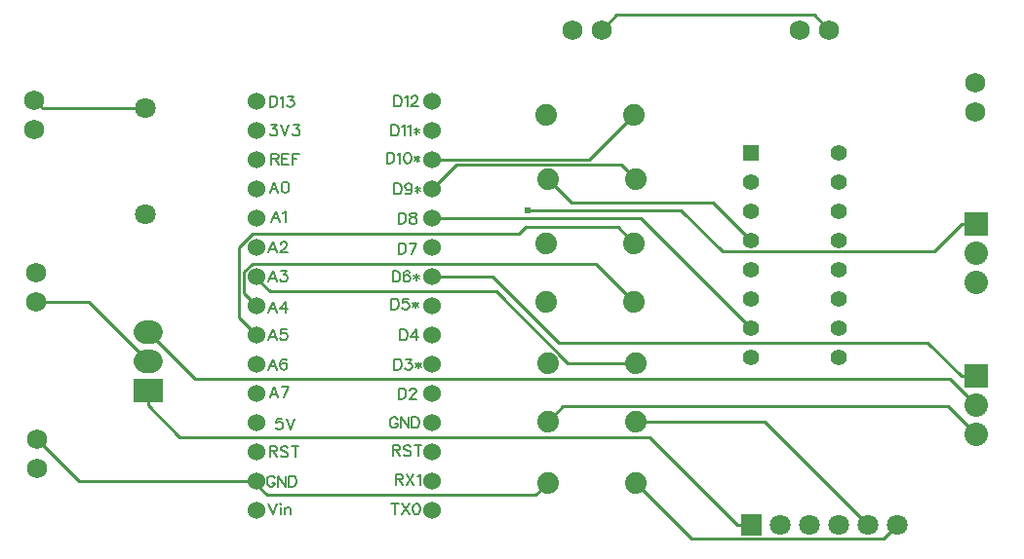
<source format=gtl>
G04 Layer: TopLayer*
G04 EasyEDA v6.4.17, 2021-05-05T15:15:58+05:30*
G04 32aec41ae17d46a98470db9f640d5259,83cefa92b6ce4236bac46178dd46d778,10*
G04 Gerber Generator version 0.2*
G04 Scale: 100 percent, Rotated: No, Reflected: No *
G04 Dimensions in millimeters *
G04 leading zeros omitted , absolute positions ,4 integer and 5 decimal *
%FSLAX45Y45*%
%MOMM*%

%ADD11C,0.2600*%
%ADD12C,0.2032*%
%ADD13C,0.6100*%
%ADD16C,2.0320*%
%ADD17C,1.8000*%
%ADD19C,1.5240*%
%ADD20C,1.7270*%
%ADD21C,1.8796*%
%ADD22R,1.3995X1.3995*%
%ADD23C,1.3995*%
%ADD24C,2.0000*%

%LPD*%
D12*
X-7493000Y6154928D02*
G01*
X-7456678Y6059423D01*
X-7420355Y6154928D02*
G01*
X-7456678Y6059423D01*
X-7390384Y6154928D02*
G01*
X-7385812Y6150355D01*
X-7381239Y6154928D01*
X-7385812Y6159500D01*
X-7390384Y6154928D01*
X-7385812Y6122923D02*
G01*
X-7385812Y6059423D01*
X-7351268Y6122923D02*
G01*
X-7351268Y6059423D01*
X-7351268Y6104889D02*
G01*
X-7337552Y6118605D01*
X-7328408Y6122923D01*
X-7314692Y6122923D01*
X-7305802Y6118605D01*
X-7301229Y6104889D01*
X-7301229Y6059423D01*
X-6413500Y6663689D02*
G01*
X-6413500Y6568186D01*
X-6413500Y6663689D02*
G01*
X-6372605Y6663689D01*
X-6358889Y6659118D01*
X-6354318Y6654545D01*
X-6349745Y6645402D01*
X-6349745Y6636258D01*
X-6354318Y6627368D01*
X-6358889Y6622795D01*
X-6372605Y6618223D01*
X-6413500Y6618223D01*
X-6381750Y6618223D02*
G01*
X-6349745Y6568186D01*
X-6256273Y6649973D02*
G01*
X-6265418Y6659118D01*
X-6278879Y6663689D01*
X-6297168Y6663689D01*
X-6310884Y6659118D01*
X-6319773Y6649973D01*
X-6319773Y6640829D01*
X-6315202Y6631686D01*
X-6310884Y6627368D01*
X-6301739Y6622795D01*
X-6274307Y6613652D01*
X-6265418Y6609079D01*
X-6260845Y6604508D01*
X-6256273Y6595363D01*
X-6256273Y6581902D01*
X-6265418Y6572758D01*
X-6278879Y6568186D01*
X-6297168Y6568186D01*
X-6310884Y6572758D01*
X-6319773Y6581902D01*
X-6194297Y6663689D02*
G01*
X-6194297Y6568186D01*
X-6226302Y6663689D02*
G01*
X-6162547Y6663689D01*
X-6394450Y6155689D02*
G01*
X-6394450Y6060186D01*
X-6426200Y6155689D02*
G01*
X-6362445Y6155689D01*
X-6332473Y6155689D02*
G01*
X-6268973Y6060186D01*
X-6268973Y6155689D02*
G01*
X-6332473Y6060186D01*
X-6211570Y6155689D02*
G01*
X-6225286Y6151118D01*
X-6234429Y6137402D01*
X-6239002Y6114795D01*
X-6239002Y6101079D01*
X-6234429Y6078473D01*
X-6225286Y6064757D01*
X-6211570Y6060186D01*
X-6202679Y6060186D01*
X-6188963Y6064757D01*
X-6179820Y6078473D01*
X-6175247Y6101079D01*
X-6175247Y6114795D01*
X-6179820Y6137402D01*
X-6188963Y6151118D01*
X-6202679Y6155689D01*
X-6211570Y6155689D01*
X-6388100Y6409689D02*
G01*
X-6388100Y6314186D01*
X-6388100Y6409689D02*
G01*
X-6347205Y6409689D01*
X-6333489Y6405118D01*
X-6328918Y6400545D01*
X-6324345Y6391402D01*
X-6324345Y6382257D01*
X-6328918Y6373368D01*
X-6333489Y6368795D01*
X-6347205Y6364223D01*
X-6388100Y6364223D01*
X-6356350Y6364223D02*
G01*
X-6324345Y6314186D01*
X-6294373Y6409689D02*
G01*
X-6230873Y6314186D01*
X-6230873Y6409689D02*
G01*
X-6294373Y6314186D01*
X-6200902Y6391402D02*
G01*
X-6191757Y6395973D01*
X-6178042Y6409689D01*
X-6178042Y6314186D01*
X-7443978Y7171689D02*
G01*
X-7480300Y7076186D01*
X-7443978Y7171689D02*
G01*
X-7407655Y7076186D01*
X-7466584Y7107936D02*
G01*
X-7421118Y7107936D01*
X-7313929Y7171689D02*
G01*
X-7359395Y7076186D01*
X-7377684Y7171689D02*
G01*
X-7313929Y7171689D01*
X-7456678Y7412989D02*
G01*
X-7493000Y7317486D01*
X-7456678Y7412989D02*
G01*
X-7420355Y7317486D01*
X-7479284Y7349236D02*
G01*
X-7433818Y7349236D01*
X-7335773Y7399273D02*
G01*
X-7340345Y7408418D01*
X-7353808Y7412989D01*
X-7362952Y7412989D01*
X-7376668Y7408418D01*
X-7385812Y7394702D01*
X-7390384Y7372095D01*
X-7390384Y7349236D01*
X-7385812Y7331202D01*
X-7376668Y7322058D01*
X-7362952Y7317486D01*
X-7358379Y7317486D01*
X-7344918Y7322058D01*
X-7335773Y7331202D01*
X-7331202Y7344663D01*
X-7331202Y7349236D01*
X-7335773Y7362952D01*
X-7344918Y7372095D01*
X-7358379Y7376668D01*
X-7362952Y7376668D01*
X-7376668Y7372095D01*
X-7385812Y7362952D01*
X-7390384Y7349236D01*
X-7456678Y7670797D02*
G01*
X-7493000Y7575293D01*
X-7456678Y7670797D02*
G01*
X-7420355Y7575293D01*
X-7479284Y7607043D02*
G01*
X-7433818Y7607043D01*
X-7335773Y7670797D02*
G01*
X-7381239Y7670797D01*
X-7385812Y7629903D01*
X-7381239Y7634475D01*
X-7367523Y7638793D01*
X-7353808Y7638793D01*
X-7340345Y7634475D01*
X-7331202Y7625331D01*
X-7326629Y7611615D01*
X-7326629Y7602471D01*
X-7331202Y7589009D01*
X-7340345Y7579865D01*
X-7353808Y7575293D01*
X-7367523Y7575293D01*
X-7381239Y7579865D01*
X-7385812Y7584437D01*
X-7390384Y7593581D01*
X-7456678Y7912097D02*
G01*
X-7493000Y7816593D01*
X-7456678Y7912097D02*
G01*
X-7420355Y7816593D01*
X-7479284Y7848343D02*
G01*
X-7433818Y7848343D01*
X-7344918Y7912097D02*
G01*
X-7390384Y7848343D01*
X-7322058Y7848343D01*
X-7344918Y7912097D02*
G01*
X-7344918Y7816593D01*
X-7456678Y8178797D02*
G01*
X-7493000Y8083293D01*
X-7456678Y8178797D02*
G01*
X-7420355Y8083293D01*
X-7479284Y8115043D02*
G01*
X-7433818Y8115043D01*
X-7381239Y8178797D02*
G01*
X-7331202Y8178797D01*
X-7358379Y8142475D01*
X-7344918Y8142475D01*
X-7335773Y8137903D01*
X-7331202Y8133331D01*
X-7326629Y8119615D01*
X-7326629Y8110471D01*
X-7331202Y8097009D01*
X-7340345Y8087865D01*
X-7353808Y8083293D01*
X-7367523Y8083293D01*
X-7381239Y8087865D01*
X-7385812Y8092437D01*
X-7390384Y8101581D01*
X-7456678Y8432797D02*
G01*
X-7493000Y8337293D01*
X-7456678Y8432797D02*
G01*
X-7420355Y8337293D01*
X-7479284Y8369043D02*
G01*
X-7433818Y8369043D01*
X-7385812Y8409937D02*
G01*
X-7385812Y8414509D01*
X-7381239Y8423653D01*
X-7376668Y8428225D01*
X-7367523Y8432797D01*
X-7349489Y8432797D01*
X-7340345Y8428225D01*
X-7335773Y8423653D01*
X-7331202Y8414509D01*
X-7331202Y8405365D01*
X-7335773Y8396475D01*
X-7344918Y8382759D01*
X-7390384Y8337293D01*
X-7326629Y8337293D01*
X-7431278Y8699497D02*
G01*
X-7467600Y8603993D01*
X-7431278Y8699497D02*
G01*
X-7394955Y8603993D01*
X-7453884Y8635743D02*
G01*
X-7408418Y8635743D01*
X-7364984Y8681209D02*
G01*
X-7355839Y8685781D01*
X-7342123Y8699497D01*
X-7342123Y8603993D01*
X-7443978Y8953497D02*
G01*
X-7480300Y8857993D01*
X-7443978Y8953497D02*
G01*
X-7407655Y8857993D01*
X-7466584Y8889743D02*
G01*
X-7421118Y8889743D01*
X-7350252Y8953497D02*
G01*
X-7363968Y8948925D01*
X-7373112Y8935209D01*
X-7377684Y8912603D01*
X-7377684Y8898887D01*
X-7373112Y8876281D01*
X-7363968Y8862565D01*
X-7350252Y8857993D01*
X-7341108Y8857993D01*
X-7327645Y8862565D01*
X-7318502Y8876281D01*
X-7313929Y8898887D01*
X-7313929Y8912603D01*
X-7318502Y8935209D01*
X-7327645Y8948925D01*
X-7341108Y8953497D01*
X-7350252Y8953497D01*
X-7467600Y9194797D02*
G01*
X-7467600Y9099293D01*
X-7467600Y9194797D02*
G01*
X-7426705Y9194797D01*
X-7412989Y9190225D01*
X-7408418Y9185653D01*
X-7403845Y9176509D01*
X-7403845Y9167365D01*
X-7408418Y9158475D01*
X-7412989Y9153903D01*
X-7426705Y9149331D01*
X-7467600Y9149331D01*
X-7435850Y9149331D02*
G01*
X-7403845Y9099293D01*
X-7373873Y9194797D02*
G01*
X-7373873Y9099293D01*
X-7373873Y9194797D02*
G01*
X-7314945Y9194797D01*
X-7373873Y9149331D02*
G01*
X-7337552Y9149331D01*
X-7373873Y9099293D02*
G01*
X-7314945Y9099293D01*
X-7284973Y9194797D02*
G01*
X-7284973Y9099293D01*
X-7284973Y9194797D02*
G01*
X-7225792Y9194797D01*
X-7284973Y9149331D02*
G01*
X-7248397Y9149331D01*
X-7480300Y9698989D02*
G01*
X-7480300Y9603486D01*
X-7480300Y9698989D02*
G01*
X-7448550Y9698989D01*
X-7434834Y9694418D01*
X-7425689Y9685274D01*
X-7421118Y9676129D01*
X-7416545Y9662668D01*
X-7416545Y9639808D01*
X-7421118Y9626092D01*
X-7425689Y9617202D01*
X-7434834Y9608058D01*
X-7448550Y9603486D01*
X-7480300Y9603486D01*
X-7386573Y9680702D02*
G01*
X-7377684Y9685274D01*
X-7363968Y9698989D01*
X-7363968Y9603486D01*
X-7324852Y9698989D02*
G01*
X-7274813Y9698989D01*
X-7301992Y9662668D01*
X-7288529Y9662668D01*
X-7279386Y9658095D01*
X-7274813Y9653524D01*
X-7270242Y9639808D01*
X-7270242Y9630663D01*
X-7274813Y9617202D01*
X-7283958Y9608058D01*
X-7297673Y9603486D01*
X-7311136Y9603486D01*
X-7324852Y9608058D01*
X-7329423Y9612629D01*
X-7333995Y9621774D01*
X-6400800Y9702797D02*
G01*
X-6400800Y9607293D01*
X-6400800Y9702797D02*
G01*
X-6369050Y9702797D01*
X-6355334Y9698225D01*
X-6346189Y9689081D01*
X-6341618Y9679937D01*
X-6337045Y9666475D01*
X-6337045Y9643615D01*
X-6341618Y9629899D01*
X-6346189Y9621009D01*
X-6355334Y9611865D01*
X-6369050Y9607293D01*
X-6400800Y9607293D01*
X-6307073Y9684509D02*
G01*
X-6298184Y9689081D01*
X-6284468Y9702797D01*
X-6284468Y9607293D01*
X-6249923Y9679937D02*
G01*
X-6249923Y9684509D01*
X-6245352Y9693653D01*
X-6240779Y9698225D01*
X-6231636Y9702797D01*
X-6213602Y9702797D01*
X-6204457Y9698225D01*
X-6199886Y9693653D01*
X-6195313Y9684509D01*
X-6195313Y9675365D01*
X-6199886Y9666475D01*
X-6209029Y9652759D01*
X-6254495Y9607293D01*
X-6190742Y9607293D01*
X-6362700Y8682989D02*
G01*
X-6362700Y8587486D01*
X-6362700Y8682989D02*
G01*
X-6330950Y8682989D01*
X-6317234Y8678418D01*
X-6308089Y8669274D01*
X-6303518Y8660129D01*
X-6298945Y8646668D01*
X-6298945Y8623808D01*
X-6303518Y8610092D01*
X-6308089Y8601202D01*
X-6317234Y8592058D01*
X-6330950Y8587486D01*
X-6362700Y8587486D01*
X-6246368Y8682989D02*
G01*
X-6260084Y8678418D01*
X-6264402Y8669274D01*
X-6264402Y8660129D01*
X-6260084Y8650986D01*
X-6250939Y8646668D01*
X-6232652Y8642095D01*
X-6219189Y8637524D01*
X-6210045Y8628379D01*
X-6205473Y8619236D01*
X-6205473Y8605774D01*
X-6210045Y8596629D01*
X-6214618Y8592058D01*
X-6228079Y8587486D01*
X-6246368Y8587486D01*
X-6260084Y8592058D01*
X-6264402Y8596629D01*
X-6268973Y8605774D01*
X-6268973Y8619236D01*
X-6264402Y8628379D01*
X-6255512Y8637524D01*
X-6241795Y8642095D01*
X-6223507Y8646668D01*
X-6214618Y8650986D01*
X-6210045Y8660129D01*
X-6210045Y8669274D01*
X-6214618Y8678418D01*
X-6228079Y8682989D01*
X-6246368Y8682989D01*
X-6362700Y8420097D02*
G01*
X-6362700Y8324593D01*
X-6362700Y8420097D02*
G01*
X-6330950Y8420097D01*
X-6317234Y8415525D01*
X-6308089Y8406381D01*
X-6303518Y8397237D01*
X-6298945Y8383775D01*
X-6298945Y8360915D01*
X-6303518Y8347199D01*
X-6308089Y8338309D01*
X-6317234Y8329165D01*
X-6330950Y8324593D01*
X-6362700Y8324593D01*
X-6205473Y8420097D02*
G01*
X-6250939Y8324593D01*
X-6268973Y8420097D02*
G01*
X-6205473Y8420097D01*
X-6426200Y9448797D02*
G01*
X-6426200Y9353293D01*
X-6426200Y9448797D02*
G01*
X-6394450Y9448797D01*
X-6380734Y9444225D01*
X-6371589Y9435081D01*
X-6367018Y9425937D01*
X-6362445Y9412475D01*
X-6362445Y9389615D01*
X-6367018Y9375899D01*
X-6371589Y9367009D01*
X-6380734Y9357865D01*
X-6394450Y9353293D01*
X-6426200Y9353293D01*
X-6332473Y9430509D02*
G01*
X-6323584Y9435081D01*
X-6309868Y9448797D01*
X-6309868Y9353293D01*
X-6279895Y9430509D02*
G01*
X-6270752Y9435081D01*
X-6257036Y9448797D01*
X-6257036Y9353293D01*
X-6204457Y9421365D02*
G01*
X-6204457Y9367009D01*
X-6227063Y9407903D02*
G01*
X-6181597Y9380471D01*
X-6181597Y9407903D02*
G01*
X-6227063Y9380471D01*
X-6464300Y9207497D02*
G01*
X-6464300Y9111993D01*
X-6464300Y9207497D02*
G01*
X-6432550Y9207497D01*
X-6418834Y9202925D01*
X-6409689Y9193781D01*
X-6405118Y9184637D01*
X-6400545Y9171175D01*
X-6400545Y9148315D01*
X-6405118Y9134599D01*
X-6409689Y9125709D01*
X-6418834Y9116565D01*
X-6432550Y9111993D01*
X-6464300Y9111993D01*
X-6370573Y9189209D02*
G01*
X-6361684Y9193781D01*
X-6347968Y9207497D01*
X-6347968Y9111993D01*
X-6290563Y9207497D02*
G01*
X-6304279Y9202925D01*
X-6313423Y9189209D01*
X-6317995Y9166603D01*
X-6317995Y9152887D01*
X-6313423Y9130281D01*
X-6304279Y9116565D01*
X-6290563Y9111993D01*
X-6281673Y9111993D01*
X-6267957Y9116565D01*
X-6258813Y9130281D01*
X-6254242Y9152887D01*
X-6254242Y9166603D01*
X-6258813Y9189209D01*
X-6267957Y9202925D01*
X-6281673Y9207497D01*
X-6290563Y9207497D01*
X-6201663Y9180065D02*
G01*
X-6201663Y9125709D01*
X-6224270Y9166603D02*
G01*
X-6178804Y9139171D01*
X-6178804Y9166603D02*
G01*
X-6224270Y9139171D01*
X-6400800Y8940797D02*
G01*
X-6400800Y8845293D01*
X-6400800Y8940797D02*
G01*
X-6369050Y8940797D01*
X-6355334Y8936225D01*
X-6346189Y8927081D01*
X-6341618Y8917937D01*
X-6337045Y8904475D01*
X-6337045Y8881615D01*
X-6341618Y8867899D01*
X-6346189Y8859009D01*
X-6355334Y8849865D01*
X-6369050Y8845293D01*
X-6400800Y8845293D01*
X-6248145Y8908793D02*
G01*
X-6252718Y8895331D01*
X-6261607Y8886187D01*
X-6275323Y8881615D01*
X-6279895Y8881615D01*
X-6293612Y8886187D01*
X-6302502Y8895331D01*
X-6307073Y8908793D01*
X-6307073Y8913365D01*
X-6302502Y8927081D01*
X-6293612Y8936225D01*
X-6279895Y8940797D01*
X-6275323Y8940797D01*
X-6261607Y8936225D01*
X-6252718Y8927081D01*
X-6248145Y8908793D01*
X-6248145Y8886187D01*
X-6252718Y8863581D01*
X-6261607Y8849865D01*
X-6275323Y8845293D01*
X-6284468Y8845293D01*
X-6298184Y8849865D01*
X-6302502Y8859009D01*
X-6195313Y8913365D02*
G01*
X-6195313Y8859009D01*
X-6218173Y8899903D02*
G01*
X-6172707Y8872471D01*
X-6172707Y8899903D02*
G01*
X-6218173Y8872471D01*
X-6413500Y8178797D02*
G01*
X-6413500Y8083293D01*
X-6413500Y8178797D02*
G01*
X-6381750Y8178797D01*
X-6368034Y8174225D01*
X-6358889Y8165081D01*
X-6354318Y8155937D01*
X-6349745Y8142475D01*
X-6349745Y8119615D01*
X-6354318Y8105899D01*
X-6358889Y8097009D01*
X-6368034Y8087865D01*
X-6381750Y8083293D01*
X-6413500Y8083293D01*
X-6265418Y8165081D02*
G01*
X-6269989Y8174225D01*
X-6283452Y8178797D01*
X-6292595Y8178797D01*
X-6306312Y8174225D01*
X-6315202Y8160509D01*
X-6319773Y8137903D01*
X-6319773Y8115043D01*
X-6315202Y8097009D01*
X-6306312Y8087865D01*
X-6292595Y8083293D01*
X-6288023Y8083293D01*
X-6274307Y8087865D01*
X-6265418Y8097009D01*
X-6260845Y8110471D01*
X-6260845Y8115043D01*
X-6265418Y8128759D01*
X-6274307Y8137903D01*
X-6288023Y8142475D01*
X-6292595Y8142475D01*
X-6306312Y8137903D01*
X-6315202Y8128759D01*
X-6319773Y8115043D01*
X-6208013Y8151365D02*
G01*
X-6208013Y8097009D01*
X-6230873Y8137903D02*
G01*
X-6185407Y8110471D01*
X-6185407Y8137903D02*
G01*
X-6230873Y8110471D01*
X-6426200Y7937497D02*
G01*
X-6426200Y7841993D01*
X-6426200Y7937497D02*
G01*
X-6394450Y7937497D01*
X-6380734Y7932925D01*
X-6371589Y7923781D01*
X-6367018Y7914637D01*
X-6362445Y7901175D01*
X-6362445Y7878315D01*
X-6367018Y7864599D01*
X-6371589Y7855709D01*
X-6380734Y7846565D01*
X-6394450Y7841993D01*
X-6426200Y7841993D01*
X-6278118Y7937497D02*
G01*
X-6323584Y7937497D01*
X-6327902Y7896603D01*
X-6323584Y7901175D01*
X-6309868Y7905493D01*
X-6296152Y7905493D01*
X-6282689Y7901175D01*
X-6273545Y7892031D01*
X-6268973Y7878315D01*
X-6268973Y7869171D01*
X-6273545Y7855709D01*
X-6282689Y7846565D01*
X-6296152Y7841993D01*
X-6309868Y7841993D01*
X-6323584Y7846565D01*
X-6327902Y7851137D01*
X-6332473Y7860281D01*
X-6216142Y7910065D02*
G01*
X-6216142Y7855709D01*
X-6239002Y7896603D02*
G01*
X-6193536Y7869171D01*
X-6193536Y7896603D02*
G01*
X-6239002Y7869171D01*
X-6350000Y7670797D02*
G01*
X-6350000Y7575293D01*
X-6350000Y7670797D02*
G01*
X-6318250Y7670797D01*
X-6304534Y7666225D01*
X-6295389Y7657081D01*
X-6290818Y7647937D01*
X-6286245Y7634475D01*
X-6286245Y7611615D01*
X-6290818Y7597899D01*
X-6295389Y7589009D01*
X-6304534Y7579865D01*
X-6318250Y7575293D01*
X-6350000Y7575293D01*
X-6210807Y7670797D02*
G01*
X-6256273Y7607043D01*
X-6188202Y7607043D01*
X-6210807Y7670797D02*
G01*
X-6210807Y7575293D01*
X-6400800Y7412987D02*
G01*
X-6400800Y7317483D01*
X-6400800Y7412987D02*
G01*
X-6369050Y7412987D01*
X-6355334Y7408415D01*
X-6346189Y7399271D01*
X-6341618Y7390127D01*
X-6337045Y7376665D01*
X-6337045Y7353805D01*
X-6341618Y7340089D01*
X-6346189Y7331199D01*
X-6355334Y7322055D01*
X-6369050Y7317483D01*
X-6400800Y7317483D01*
X-6298184Y7412987D02*
G01*
X-6248145Y7412987D01*
X-6275323Y7376665D01*
X-6261607Y7376665D01*
X-6252718Y7372093D01*
X-6248145Y7367521D01*
X-6243573Y7353805D01*
X-6243573Y7344661D01*
X-6248145Y7331199D01*
X-6257289Y7322055D01*
X-6270752Y7317483D01*
X-6284468Y7317483D01*
X-6298184Y7322055D01*
X-6302502Y7326627D01*
X-6307073Y7335771D01*
X-6190742Y7385555D02*
G01*
X-6190742Y7331199D01*
X-6213602Y7372093D02*
G01*
X-6168136Y7344661D01*
X-6168136Y7372093D02*
G01*
X-6213602Y7344661D01*
X-6362700Y7158989D02*
G01*
X-6362700Y7063486D01*
X-6362700Y7158989D02*
G01*
X-6330950Y7158989D01*
X-6317234Y7154418D01*
X-6308089Y7145273D01*
X-6303518Y7136129D01*
X-6298945Y7122668D01*
X-6298945Y7099808D01*
X-6303518Y7086092D01*
X-6308089Y7077202D01*
X-6317234Y7068058D01*
X-6330950Y7063486D01*
X-6362700Y7063486D01*
X-6264402Y7136129D02*
G01*
X-6264402Y7140702D01*
X-6260084Y7149845D01*
X-6255512Y7154418D01*
X-6246368Y7158989D01*
X-6228079Y7158989D01*
X-6219189Y7154418D01*
X-6214618Y7149845D01*
X-6210045Y7140702D01*
X-6210045Y7131558D01*
X-6214618Y7122668D01*
X-6223507Y7108952D01*
X-6268973Y7063486D01*
X-6205473Y7063486D01*
X-7471155Y9448797D02*
G01*
X-7421118Y9448797D01*
X-7448550Y9412475D01*
X-7434834Y9412475D01*
X-7425689Y9407903D01*
X-7421118Y9403331D01*
X-7416545Y9389615D01*
X-7416545Y9380471D01*
X-7421118Y9367009D01*
X-7430262Y9357865D01*
X-7443978Y9353293D01*
X-7457694Y9353293D01*
X-7471155Y9357865D01*
X-7475728Y9362437D01*
X-7480300Y9371581D01*
X-7386573Y9448797D02*
G01*
X-7350252Y9353293D01*
X-7313929Y9448797D02*
G01*
X-7350252Y9353293D01*
X-7274813Y9448797D02*
G01*
X-7224776Y9448797D01*
X-7252208Y9412475D01*
X-7238492Y9412475D01*
X-7229347Y9407903D01*
X-7224776Y9403331D01*
X-7220204Y9389615D01*
X-7220204Y9380471D01*
X-7224776Y9367009D01*
X-7233920Y9357865D01*
X-7247636Y9353293D01*
X-7261097Y9353293D01*
X-7274813Y9357865D01*
X-7279386Y9362437D01*
X-7283958Y9371581D01*
X-7374889Y6896097D02*
G01*
X-7420355Y6896097D01*
X-7424928Y6855203D01*
X-7420355Y6859775D01*
X-7406894Y6864093D01*
X-7393178Y6864093D01*
X-7379462Y6859775D01*
X-7370318Y6850631D01*
X-7365745Y6836915D01*
X-7365745Y6827771D01*
X-7370318Y6814309D01*
X-7379462Y6805165D01*
X-7393178Y6800593D01*
X-7406894Y6800593D01*
X-7420355Y6805165D01*
X-7424928Y6809737D01*
X-7429500Y6818881D01*
X-7335773Y6896097D02*
G01*
X-7299452Y6800593D01*
X-7263129Y6896097D02*
G01*
X-7299452Y6800593D01*
X-6370828Y6885937D02*
G01*
X-6375145Y6895081D01*
X-6384289Y6904225D01*
X-6393434Y6908797D01*
X-6411721Y6908797D01*
X-6420612Y6904225D01*
X-6429755Y6895081D01*
X-6434328Y6885937D01*
X-6438900Y6872475D01*
X-6438900Y6849615D01*
X-6434328Y6835899D01*
X-6429755Y6827009D01*
X-6420612Y6817865D01*
X-6411721Y6813293D01*
X-6393434Y6813293D01*
X-6384289Y6817865D01*
X-6375145Y6827009D01*
X-6370828Y6835899D01*
X-6370828Y6849615D01*
X-6393434Y6849615D02*
G01*
X-6370828Y6849615D01*
X-6340602Y6908797D02*
G01*
X-6340602Y6813293D01*
X-6340602Y6908797D02*
G01*
X-6277102Y6813293D01*
X-6277102Y6908797D02*
G01*
X-6277102Y6813293D01*
X-6247129Y6908797D02*
G01*
X-6247129Y6813293D01*
X-6247129Y6908797D02*
G01*
X-6215379Y6908797D01*
X-6201663Y6904225D01*
X-6192520Y6895081D01*
X-6187947Y6885937D01*
X-6183376Y6872475D01*
X-6183376Y6849615D01*
X-6187947Y6835899D01*
X-6192520Y6827009D01*
X-6201663Y6817865D01*
X-6215379Y6813293D01*
X-6247129Y6813293D01*
X-7480300Y6654797D02*
G01*
X-7480300Y6559293D01*
X-7480300Y6654797D02*
G01*
X-7439405Y6654797D01*
X-7425689Y6650225D01*
X-7421118Y6645653D01*
X-7416545Y6636509D01*
X-7416545Y6627365D01*
X-7421118Y6618475D01*
X-7425689Y6613903D01*
X-7439405Y6609331D01*
X-7480300Y6609331D01*
X-7448550Y6609331D02*
G01*
X-7416545Y6559293D01*
X-7323073Y6641081D02*
G01*
X-7332218Y6650225D01*
X-7345679Y6654797D01*
X-7363968Y6654797D01*
X-7377684Y6650225D01*
X-7386573Y6641081D01*
X-7386573Y6631937D01*
X-7382002Y6622793D01*
X-7377684Y6618475D01*
X-7368539Y6613903D01*
X-7341108Y6604759D01*
X-7332218Y6600187D01*
X-7327645Y6595615D01*
X-7323073Y6586471D01*
X-7323073Y6573009D01*
X-7332218Y6563865D01*
X-7345679Y6559293D01*
X-7363968Y6559293D01*
X-7377684Y6563865D01*
X-7386573Y6573009D01*
X-7261097Y6654797D02*
G01*
X-7261097Y6559293D01*
X-7293102Y6654797D02*
G01*
X-7229347Y6654797D01*
X-7437628Y6374129D02*
G01*
X-7441945Y6383273D01*
X-7451089Y6392418D01*
X-7460234Y6396989D01*
X-7478521Y6396989D01*
X-7487412Y6392418D01*
X-7496555Y6383273D01*
X-7501128Y6374129D01*
X-7505700Y6360668D01*
X-7505700Y6337807D01*
X-7501128Y6324092D01*
X-7496555Y6315202D01*
X-7487412Y6306057D01*
X-7478521Y6301486D01*
X-7460234Y6301486D01*
X-7451089Y6306057D01*
X-7441945Y6315202D01*
X-7437628Y6324092D01*
X-7437628Y6337807D01*
X-7460234Y6337807D02*
G01*
X-7437628Y6337807D01*
X-7407402Y6396989D02*
G01*
X-7407402Y6301486D01*
X-7407402Y6396989D02*
G01*
X-7343902Y6301486D01*
X-7343902Y6396989D02*
G01*
X-7343902Y6301486D01*
X-7313929Y6396989D02*
G01*
X-7313929Y6301486D01*
X-7313929Y6396989D02*
G01*
X-7282179Y6396989D01*
X-7268463Y6392418D01*
X-7259320Y6383273D01*
X-7254747Y6374129D01*
X-7250176Y6360668D01*
X-7250176Y6337807D01*
X-7254747Y6324092D01*
X-7259320Y6315202D01*
X-7268463Y6306057D01*
X-7282179Y6301486D01*
X-7313929Y6301486D01*
D11*
X-1346200Y8585200D02*
G01*
X-1477010Y8585200D01*
X-1477010Y8585200D02*
G01*
X-1716023Y8346186D01*
X-3548634Y8346186D01*
X-3910076Y8707628D01*
X-5239257Y8707628D01*
X-6069329Y8131810D02*
G01*
X-5551170Y8131810D01*
X-4975860Y7556500D01*
X-1769110Y7556500D01*
X-1477010Y7264400D01*
X-1346200Y7264400D02*
G01*
X-1477010Y7264400D01*
X-3302000Y7683500D02*
G01*
X-4258310Y8639810D01*
X-6069329Y8639810D01*
X-9512300Y7912100D02*
G01*
X-9055100Y7912100D01*
X-8534400Y7391400D01*
X-5067300Y6337300D02*
G01*
X-5175250Y6229350D01*
X-7506970Y6229350D01*
X-7593329Y6315455D01*
X-7593329Y6353810D01*
X-7593329Y6353810D02*
G01*
X-9135110Y6353810D01*
X-9499600Y6718300D01*
X-1346200Y6756400D02*
G01*
X-1589531Y6999731D01*
X-4938268Y6999731D01*
X-5067300Y6870700D01*
X-1346200Y7010400D02*
G01*
X-1578610Y7242810D01*
X-8131810Y7242810D01*
X-8534400Y7645400D01*
X-8559800Y9591294D02*
G01*
X-9451594Y9591294D01*
X-9525000Y9664700D01*
X-8534400Y7008113D02*
G01*
X-8261095Y6734810D01*
X-4186936Y6734810D01*
X-3421126Y5969000D01*
X-8534400Y7137400D02*
G01*
X-8534400Y7008113D01*
X-3302000Y5969000D02*
G01*
X-3421126Y5969000D01*
X-4305300Y6337300D02*
G01*
X-3817873Y5849873D01*
X-2151126Y5849873D01*
X-2032000Y5969000D01*
X-4305300Y6870700D02*
G01*
X-3187700Y6870700D01*
X-2286000Y5969000D01*
X-7593329Y8131810D02*
G01*
X-7593329Y8109712D01*
X-7481315Y7997697D01*
X-5512054Y7997697D01*
X-4893055Y7378700D01*
X-4305300Y7378700D01*
X-7593329Y7877810D02*
G01*
X-7703058Y7987537D01*
X-7703058Y8170926D01*
X-7631429Y8242554D01*
X-4648454Y8242554D01*
X-4318000Y7912100D01*
X-4318000Y8420100D02*
G01*
X-4454652Y8556752D01*
X-5256276Y8556752D01*
X-5315204Y8497824D01*
X-7628636Y8497824D01*
X-7746745Y8379713D01*
X-7746745Y7777226D01*
X-7593329Y7623810D01*
X-3302000Y8445500D02*
G01*
X-3632200Y8775700D01*
X-4864100Y8775700D01*
X-5067300Y8978900D01*
X-4305300Y8978900D02*
G01*
X-4430776Y9104376D01*
X-5858510Y9104376D01*
X-6069329Y8893810D01*
X-4318000Y9537700D02*
G01*
X-4707889Y9147810D01*
X-6069329Y9147810D01*
X-2628900Y10274300D02*
G01*
X-2756915Y10402315D01*
X-4469384Y10402315D01*
X-4597400Y10274300D01*
G36*
X-8659368Y7037323D02*
G01*
X-8659368Y7237476D01*
X-8409431Y7237476D01*
X-8409431Y7037323D01*
G37*
G36*
X-1447800Y8686800D02*
G01*
X-1244600Y8686800D01*
X-1244600Y8483600D01*
X-1447800Y8483600D01*
G37*
D16*
G01*
X-1346200Y8331200D03*
G01*
X-1346200Y8077200D03*
G36*
X-1447800Y7366000D02*
G01*
X-1244600Y7366000D01*
X-1244600Y7162800D01*
X-1447800Y7162800D01*
G37*
G01*
X-1346200Y7010400D03*
G01*
X-1346200Y6756400D03*
D17*
G01*
X-2032000Y5969000D03*
G01*
X-2286000Y5969000D03*
G01*
X-2540000Y5969000D03*
G01*
X-2794000Y5969000D03*
G01*
X-3048000Y5969000D03*
G36*
X-3391999Y6058999D02*
G01*
X-3212000Y6058999D01*
X-3212000Y5879000D01*
X-3391999Y5879000D01*
G37*
D19*
G01*
X-6069304Y6099708D03*
G01*
X-6069304Y8131708D03*
G01*
X-6069304Y7877708D03*
G01*
X-6069304Y7623708D03*
G01*
X-6069304Y7369708D03*
G01*
X-6069304Y7115708D03*
G01*
X-6069304Y6861708D03*
G01*
X-7593304Y9401708D03*
G01*
X-7593304Y7115708D03*
G01*
X-6069304Y8893708D03*
G01*
X-6069304Y9147708D03*
G01*
X-6069304Y8639708D03*
G01*
X-6069304Y8385708D03*
G01*
X-6069304Y6607708D03*
G01*
X-6069304Y6353708D03*
G01*
X-6069304Y9401708D03*
G01*
X-6069304Y9655708D03*
G01*
X-7593304Y7369708D03*
G01*
X-7593304Y6861708D03*
G01*
X-7593304Y7623708D03*
G01*
X-7593304Y8893708D03*
G01*
X-7593304Y8382000D03*
G01*
X-7593304Y7877708D03*
G01*
X-7593304Y6607708D03*
G01*
X-7593304Y9147708D03*
G01*
X-7593304Y8639708D03*
G01*
X-7593304Y8131708D03*
G01*
X-7593304Y6353708D03*
G01*
X-7593304Y6099708D03*
G01*
X-7593304Y9655708D03*
D20*
G01*
X-9525000Y9664700D03*
G01*
X-9525000Y9410700D03*
G01*
X-4597400Y10274300D03*
G01*
X-4851400Y10274300D03*
G01*
X-9512300Y8166100D03*
G01*
X-9512300Y7912100D03*
G01*
X-9499600Y6718300D03*
G01*
X-9499600Y6464300D03*
G01*
X-1358900Y9563100D03*
G01*
X-1358900Y9817100D03*
G01*
X-2628900Y10274300D03*
G01*
X-2882900Y10274300D03*
D21*
G01*
X-5067300Y6337300D03*
G01*
X-4305300Y6337300D03*
G01*
X-5080000Y8420100D03*
G01*
X-4318000Y8420100D03*
G01*
X-5080000Y7912100D03*
G01*
X-4318000Y7912100D03*
G01*
X-5067300Y7378700D03*
G01*
X-4305300Y7378700D03*
G01*
X-5067300Y6870700D03*
G01*
X-4305300Y6870700D03*
G01*
X-5067300Y8978900D03*
G01*
X-4305300Y8978900D03*
G01*
X-5080000Y9537700D03*
G01*
X-4318000Y9537700D03*
D22*
G01*
X-3302000Y9207500D03*
D23*
G01*
X-3302000Y8953500D03*
G01*
X-3302000Y8699500D03*
G01*
X-3302000Y8445500D03*
G01*
X-3302000Y8191500D03*
G01*
X-3302000Y7937500D03*
G01*
X-3302000Y7683500D03*
G01*
X-3302000Y7429500D03*
G01*
X-2540000Y7683500D03*
G01*
X-2540000Y7937500D03*
G01*
X-2540000Y8191500D03*
G01*
X-2540000Y8445500D03*
G01*
X-2540000Y8699500D03*
G01*
X-2540000Y8953500D03*
G01*
X-2540000Y9207500D03*
G01*
X-2540000Y7429500D03*
D17*
G01*
X-8559800Y9591294D03*
G01*
X-8559800Y8671305D03*
D13*
G01*
X-5239257Y8707628D03*
D24*
X-8559398Y7391400D02*
G01*
X-8509398Y7391400D01*
X-8559398Y7645400D02*
G01*
X-8509398Y7645400D01*
M02*

</source>
